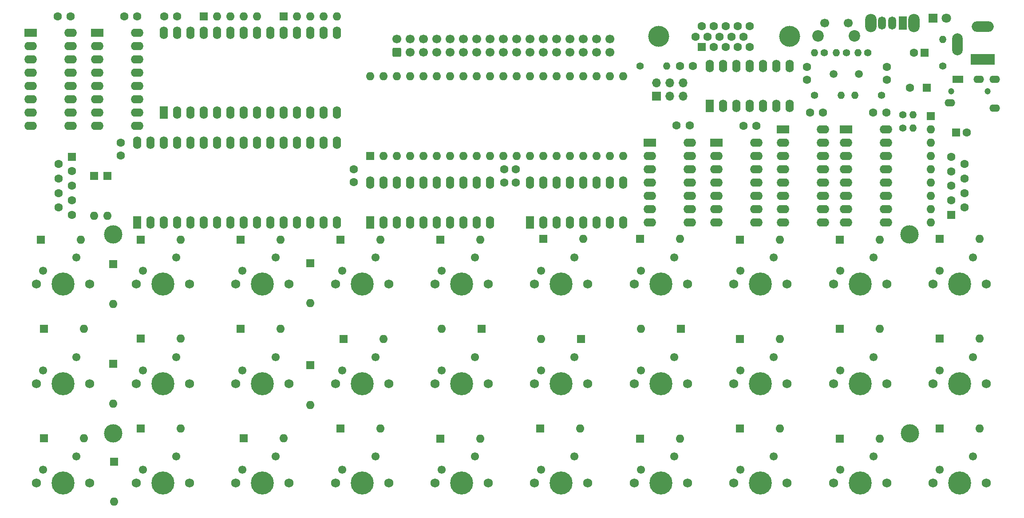
<source format=gbr>
%TF.GenerationSoftware,KiCad,Pcbnew,8.0.6*%
%TF.CreationDate,2024-12-27T12:36:34+00:00*%
%TF.ProjectId,a0,61302e6b-6963-4616-945f-706362585858,rev?*%
%TF.SameCoordinates,Original*%
%TF.FileFunction,Soldermask,Top*%
%TF.FilePolarity,Negative*%
%FSLAX46Y46*%
G04 Gerber Fmt 4.6, Leading zero omitted, Abs format (unit mm)*
G04 Created by KiCad (PCBNEW 8.0.6) date 2024-12-27 12:36:34*
%MOMM*%
%LPD*%
G01*
G04 APERTURE LIST*
G04 Aperture macros list*
%AMRoundRect*
0 Rectangle with rounded corners*
0 $1 Rounding radius*
0 $2 $3 $4 $5 $6 $7 $8 $9 X,Y pos of 4 corners*
0 Add a 4 corners polygon primitive as box body*
4,1,4,$2,$3,$4,$5,$6,$7,$8,$9,$2,$3,0*
0 Add four circle primitives for the rounded corners*
1,1,$1+$1,$2,$3*
1,1,$1+$1,$4,$5*
1,1,$1+$1,$6,$7*
1,1,$1+$1,$8,$9*
0 Add four rect primitives between the rounded corners*
20,1,$1+$1,$2,$3,$4,$5,0*
20,1,$1+$1,$4,$5,$6,$7,0*
20,1,$1+$1,$6,$7,$8,$9,0*
20,1,$1+$1,$8,$9,$2,$3,0*%
G04 Aperture macros list end*
%ADD10C,1.750000*%
%ADD11C,1.550000*%
%ADD12C,4.400000*%
%ADD13C,1.600000*%
%ADD14R,2.400000X1.600000*%
%ADD15O,2.400000X1.600000*%
%ADD16R,1.600000X1.600000*%
%ADD17O,1.600000X1.600000*%
%ADD18O,1.500000X2.500000*%
%ADD19R,1.500000X2.500000*%
%ADD20O,2.200000X3.500000*%
%ADD21R,1.700000X1.700000*%
%ADD22O,1.700000X1.700000*%
%ADD23R,1.600000X2.400000*%
%ADD24O,1.600000X2.400000*%
%ADD25C,1.400000*%
%ADD26O,1.400000X1.400000*%
%ADD27C,3.500000*%
%ADD28O,2.000000X4.200000*%
%ADD29O,4.200000X2.000000*%
%ADD30R,4.600000X2.000000*%
%ADD31R,2.000000X1.400000*%
%ADD32O,2.000000X1.400000*%
%ADD33C,1.200000*%
%ADD34C,1.700000*%
%ADD35C,2.200000*%
%ADD36C,4.000000*%
%ADD37C,1.500000*%
%ADD38R,1.800000X1.800000*%
%ADD39C,1.800000*%
%ADD40RoundRect,0.250000X0.600000X-0.600000X0.600000X0.600000X-0.600000X0.600000X-0.600000X-0.600000X0*%
G04 APERTURE END LIST*
D10*
%TO.C,SW24*%
X108920000Y-133000000D03*
D11*
X110190000Y-130460000D03*
D12*
X114000000Y-133000000D03*
D11*
X116540000Y-127920000D03*
D10*
X119080000Y-133000000D03*
%TD*%
%TO.C,SW12*%
X70920000Y-114000000D03*
D11*
X72190000Y-111460000D03*
D12*
X76000000Y-114000000D03*
D11*
X78540000Y-108920000D03*
D10*
X81080000Y-114000000D03*
%TD*%
%TO.C,SW10*%
X222920000Y-95000000D03*
D11*
X224190000Y-92460000D03*
D12*
X228000000Y-95000000D03*
D11*
X230540000Y-89920000D03*
D10*
X233080000Y-95000000D03*
%TD*%
%TO.C,SW8*%
X184920000Y-95000000D03*
D11*
X186190000Y-92460000D03*
D12*
X190000000Y-95000000D03*
D11*
X192540000Y-89920000D03*
D10*
X195080000Y-95000000D03*
%TD*%
%TO.C,SW11*%
X51920000Y-114000000D03*
D11*
X53190000Y-111460000D03*
D12*
X57000000Y-114000000D03*
D11*
X59540000Y-108920000D03*
D10*
X62080000Y-114000000D03*
%TD*%
%TO.C,SW14*%
X108920000Y-114000000D03*
D11*
X110190000Y-111460000D03*
D12*
X114000000Y-114000000D03*
D11*
X116540000Y-108920000D03*
D10*
X119080000Y-114000000D03*
%TD*%
%TO.C,SW17*%
X165920000Y-114000000D03*
D11*
X167190000Y-111460000D03*
D12*
X171000000Y-114000000D03*
D11*
X173540000Y-108920000D03*
D10*
X176080000Y-114000000D03*
%TD*%
%TO.C,SW7*%
X165920000Y-95000000D03*
D11*
X167190000Y-92460000D03*
D12*
X171000000Y-95000000D03*
D11*
X173540000Y-89920000D03*
D10*
X176080000Y-95000000D03*
%TD*%
%TO.C,SW3*%
X89920000Y-95000000D03*
D11*
X91190000Y-92460000D03*
D12*
X95000000Y-95000000D03*
D11*
X97540000Y-89920000D03*
D10*
X100080000Y-95000000D03*
%TD*%
%TO.C,SW4*%
X108920000Y-95000000D03*
D11*
X110190000Y-92460000D03*
D12*
X114000000Y-95000000D03*
D11*
X116540000Y-89920000D03*
D10*
X119080000Y-95000000D03*
%TD*%
%TO.C,SW28*%
X184920000Y-133000000D03*
D11*
X186190000Y-130460000D03*
D12*
X190000000Y-133000000D03*
D11*
X192540000Y-127920000D03*
D10*
X195080000Y-133000000D03*
%TD*%
%TO.C,SW13*%
X89920000Y-114000000D03*
D11*
X91190000Y-111460000D03*
D12*
X95000000Y-114000000D03*
D11*
X97540000Y-108920000D03*
D10*
X100080000Y-114000000D03*
%TD*%
%TO.C,SW2*%
X70920000Y-95000000D03*
D11*
X72190000Y-92460000D03*
D12*
X76000000Y-95000000D03*
D11*
X78540000Y-89920000D03*
D10*
X81080000Y-95000000D03*
%TD*%
%TO.C,SW23*%
X89920000Y-133000000D03*
D11*
X91190000Y-130460000D03*
D12*
X95000000Y-133000000D03*
D11*
X97540000Y-127920000D03*
D10*
X100080000Y-133000000D03*
%TD*%
%TO.C,SW9*%
X203920000Y-95000000D03*
D11*
X205190000Y-92460000D03*
D12*
X209000000Y-95000000D03*
D11*
X211540000Y-89920000D03*
D10*
X214080000Y-95000000D03*
%TD*%
%TO.C,SW19*%
X203920000Y-114000000D03*
D11*
X205190000Y-111460000D03*
D12*
X209000000Y-114000000D03*
D11*
X211540000Y-108920000D03*
D10*
X214080000Y-114000000D03*
%TD*%
%TO.C,SW18*%
X184920000Y-114000000D03*
D11*
X186190000Y-111460000D03*
D12*
X190000000Y-114000000D03*
D11*
X192540000Y-108920000D03*
D10*
X195080000Y-114000000D03*
%TD*%
%TO.C,SW22*%
X70920000Y-133000000D03*
D11*
X72190000Y-130460000D03*
D12*
X76000000Y-133000000D03*
D11*
X78540000Y-127920000D03*
D10*
X81080000Y-133000000D03*
%TD*%
%TO.C,SW21*%
X51920000Y-133000000D03*
D11*
X53190000Y-130460000D03*
D12*
X57000000Y-133000000D03*
D11*
X59540000Y-127920000D03*
D10*
X62080000Y-133000000D03*
%TD*%
%TO.C,SW16*%
X146920000Y-114000000D03*
D11*
X148190000Y-111460000D03*
D12*
X152000000Y-114000000D03*
D11*
X154540000Y-108920000D03*
D10*
X157080000Y-114000000D03*
%TD*%
%TO.C,SW30*%
X222920000Y-133000000D03*
D11*
X224190000Y-130460000D03*
D12*
X228000000Y-133000000D03*
D11*
X230540000Y-127920000D03*
D10*
X233080000Y-133000000D03*
%TD*%
%TO.C,SW6*%
X146920000Y-95000000D03*
D11*
X148190000Y-92460000D03*
D12*
X152000000Y-95000000D03*
D11*
X154540000Y-89920000D03*
D10*
X157080000Y-95000000D03*
%TD*%
%TO.C,SW26*%
X146920000Y-133000000D03*
D11*
X148190000Y-130460000D03*
D12*
X152000000Y-133000000D03*
D11*
X154540000Y-127920000D03*
D10*
X157080000Y-133000000D03*
%TD*%
%TO.C,SW25*%
X127920000Y-133000000D03*
D11*
X129190000Y-130460000D03*
D12*
X133000000Y-133000000D03*
D11*
X135540000Y-127920000D03*
D10*
X138080000Y-133000000D03*
%TD*%
%TO.C,SW15*%
X127920000Y-114000000D03*
D11*
X129190000Y-111460000D03*
D12*
X133000000Y-114000000D03*
D11*
X135540000Y-108920000D03*
D10*
X138080000Y-114000000D03*
%TD*%
%TO.C,SW27*%
X165920000Y-133000000D03*
D11*
X167190000Y-130460000D03*
D12*
X171000000Y-133000000D03*
D11*
X173540000Y-127920000D03*
D10*
X176080000Y-133000000D03*
%TD*%
%TO.C,SW29*%
X203920000Y-133000000D03*
D11*
X205190000Y-130460000D03*
D12*
X209000000Y-133000000D03*
D11*
X211540000Y-127920000D03*
D10*
X214080000Y-133000000D03*
%TD*%
%TO.C,SW5*%
X127920000Y-95000000D03*
D11*
X129190000Y-92460000D03*
D12*
X133000000Y-95000000D03*
D11*
X135540000Y-89920000D03*
D10*
X138080000Y-95000000D03*
%TD*%
%TO.C,SW20*%
X222920000Y-114000000D03*
D11*
X224190000Y-111460000D03*
D12*
X228000000Y-114000000D03*
D11*
X230540000Y-108920000D03*
D10*
X233080000Y-114000000D03*
%TD*%
%TO.C,SW1*%
X51920000Y-95000000D03*
D11*
X53190000Y-92460000D03*
D12*
X57000000Y-95000000D03*
D11*
X59540000Y-89920000D03*
D10*
X62080000Y-95000000D03*
%TD*%
D13*
%TO.C,C7*%
X67945000Y-70465000D03*
X67945000Y-67965000D03*
%TD*%
D14*
%TO.C,U10*%
X181610000Y-67945000D03*
D15*
X181610000Y-70485000D03*
X181610000Y-73025000D03*
X181610000Y-75565000D03*
X181610000Y-78105000D03*
X181610000Y-80645000D03*
X181610000Y-83185000D03*
X189230000Y-83185000D03*
X189230000Y-80645000D03*
X189230000Y-78105000D03*
X189230000Y-75565000D03*
X189230000Y-73025000D03*
X189230000Y-70485000D03*
X189230000Y-67945000D03*
%TD*%
D13*
%TO.C,C2*%
X214085000Y-53487000D03*
X214085000Y-55987000D03*
%TD*%
D16*
%TO.C,J8*%
X226357169Y-81750000D03*
D13*
X226357169Y-78980000D03*
X226357169Y-76210000D03*
X226357169Y-73440000D03*
X226357169Y-70670000D03*
X228897169Y-80365000D03*
X228897169Y-77595000D03*
X228897169Y-74825000D03*
X228897169Y-72055000D03*
%TD*%
D16*
%TO.C,D37*%
X65405000Y-74295000D03*
D17*
X65405000Y-81915000D03*
%TD*%
D18*
%TO.C,SW32*%
X213170000Y-45085000D03*
X215170000Y-45085000D03*
D19*
X217170000Y-45085000D03*
D20*
X211070000Y-45085000D03*
X219270000Y-45085000D03*
%TD*%
D14*
%TO.C,U12*%
X206360000Y-65420000D03*
D15*
X206360000Y-67960000D03*
X206360000Y-70500000D03*
X206360000Y-73040000D03*
X206360000Y-75580000D03*
X206360000Y-78120000D03*
X206360000Y-80660000D03*
X206360000Y-83200000D03*
X213980000Y-83200000D03*
X213980000Y-80660000D03*
X213980000Y-78120000D03*
X213980000Y-75580000D03*
X213980000Y-73040000D03*
X213980000Y-70500000D03*
X213980000Y-67960000D03*
X213980000Y-65420000D03*
%TD*%
D16*
%TO.C,D7*%
X52705000Y-86500000D03*
D17*
X60325000Y-86500000D03*
%TD*%
D16*
%TO.C,D12*%
X224155000Y-86360000D03*
D17*
X231775000Y-86360000D03*
%TD*%
D16*
%TO.C,J7*%
X58642831Y-70660000D03*
D13*
X58642831Y-73430000D03*
X58642831Y-76200000D03*
X58642831Y-78970000D03*
X58642831Y-81740000D03*
X56102831Y-72045000D03*
X56102831Y-74815000D03*
X56102831Y-77585000D03*
X56102831Y-80355000D03*
%TD*%
D21*
%TO.C,J1*%
X170195000Y-59060000D03*
D22*
X170195000Y-56520000D03*
X172735000Y-59060000D03*
X172735000Y-56520000D03*
X175275000Y-59060000D03*
X175275000Y-56520000D03*
%TD*%
D23*
%TO.C,U3*%
X76210000Y-62230000D03*
D24*
X78750000Y-62230000D03*
X81290000Y-62230000D03*
X83830000Y-62230000D03*
X86370000Y-62230000D03*
X88910000Y-62230000D03*
X91450000Y-62230000D03*
X93990000Y-62230000D03*
X96530000Y-62230000D03*
X99070000Y-62230000D03*
X101610000Y-62230000D03*
X104150000Y-62230000D03*
X106690000Y-62230000D03*
X109230000Y-62230000D03*
X109230000Y-46990000D03*
X106690000Y-46990000D03*
X104150000Y-46990000D03*
X101610000Y-46990000D03*
X99070000Y-46990000D03*
X96530000Y-46990000D03*
X93990000Y-46990000D03*
X91450000Y-46990000D03*
X88910000Y-46990000D03*
X86370000Y-46990000D03*
X83830000Y-46990000D03*
X81290000Y-46990000D03*
X78750000Y-46990000D03*
X76210000Y-46990000D03*
%TD*%
D23*
%TO.C,U8*%
X180340000Y-60975000D03*
D24*
X182880000Y-60975000D03*
X185420000Y-60975000D03*
X187960000Y-60975000D03*
X190500000Y-60975000D03*
X193040000Y-60975000D03*
X195580000Y-60975000D03*
X195580000Y-53355000D03*
X193040000Y-53355000D03*
X190500000Y-53355000D03*
X187960000Y-53355000D03*
X185420000Y-53355000D03*
X182880000Y-53355000D03*
X180340000Y-53355000D03*
%TD*%
D13*
%TO.C,C5*%
X68620000Y-43815000D03*
X71120000Y-43815000D03*
%TD*%
%TO.C,C11*%
X174645000Y-53340000D03*
X177145000Y-53340000D03*
%TD*%
D16*
%TO.C,D6*%
X66500000Y-91190000D03*
D17*
X66500000Y-98810000D03*
%TD*%
D25*
%TO.C,R13*%
X210500000Y-50800000D03*
D26*
X208600000Y-50800000D03*
%TD*%
D25*
%TO.C,R2*%
X213106000Y-58928000D03*
D26*
X208026000Y-58928000D03*
%TD*%
D27*
%TO.C,H4*%
X218500000Y-123500000D03*
%TD*%
D16*
%TO.C,RN1*%
X222504000Y-62865000D03*
D17*
X222504000Y-65405000D03*
X222504000Y-67945000D03*
X222504000Y-70485000D03*
X222504000Y-73025000D03*
X222504000Y-75565000D03*
X222504000Y-78105000D03*
X222504000Y-80645000D03*
X222504000Y-83185000D03*
%TD*%
D13*
%TO.C,C15*%
X211495000Y-62230000D03*
X213995000Y-62230000D03*
%TD*%
D16*
%TO.C,D28*%
X91440000Y-124460000D03*
D17*
X99060000Y-124460000D03*
%TD*%
D28*
%TO.C,J6*%
X227610000Y-49170000D03*
D29*
X232410000Y-45770000D03*
D30*
X232410000Y-52070000D03*
%TD*%
D16*
%TO.C,U5*%
X115570000Y-70485000D03*
D17*
X118110000Y-70485000D03*
X120650000Y-70485000D03*
X123190000Y-70485000D03*
X125730000Y-70485000D03*
X128270000Y-70485000D03*
X130810000Y-70485000D03*
X133350000Y-70485000D03*
X135890000Y-70485000D03*
X138430000Y-70485000D03*
X140970000Y-70485000D03*
X143510000Y-70485000D03*
X146050000Y-70485000D03*
X148590000Y-70485000D03*
X151130000Y-70485000D03*
X153670000Y-70485000D03*
X156210000Y-70485000D03*
X158750000Y-70485000D03*
X161290000Y-70485000D03*
X163830000Y-70485000D03*
X163830000Y-55245000D03*
X161290000Y-55245000D03*
X158750000Y-55245000D03*
X156210000Y-55245000D03*
X153670000Y-55245000D03*
X151130000Y-55245000D03*
X148590000Y-55245000D03*
X146050000Y-55245000D03*
X143510000Y-55245000D03*
X140970000Y-55245000D03*
X138430000Y-55245000D03*
X135890000Y-55245000D03*
X133350000Y-55245000D03*
X130810000Y-55245000D03*
X128270000Y-55245000D03*
X125730000Y-55245000D03*
X123190000Y-55245000D03*
X120650000Y-55245000D03*
X118110000Y-55245000D03*
X115570000Y-55245000D03*
%TD*%
D16*
%TO.C,D8*%
X90805000Y-86500000D03*
D17*
X98425000Y-86500000D03*
%TD*%
D31*
%TO.C,J3*%
X227660000Y-55887500D03*
D32*
X226160000Y-60387500D03*
X234660000Y-55887500D03*
X231660000Y-55887500D03*
X234660000Y-61387500D03*
D33*
X226360000Y-58187500D03*
X233360000Y-58187500D03*
%TD*%
D16*
%TO.C,D10*%
X167005000Y-86360000D03*
D17*
X174625000Y-86360000D03*
%TD*%
D25*
%TO.C,R5*%
X217175000Y-62655000D03*
D26*
X219075000Y-62655000D03*
%TD*%
D16*
%TO.C,D2*%
X104140000Y-110490000D03*
D17*
X104140000Y-118110000D03*
%TD*%
D13*
%TO.C,C6*%
X78740000Y-43815000D03*
X76240000Y-43815000D03*
%TD*%
D16*
%TO.C,RN3*%
X83820000Y-43815000D03*
D17*
X86360000Y-43815000D03*
X88900000Y-43815000D03*
X91440000Y-43815000D03*
X93980000Y-43815000D03*
%TD*%
D27*
%TO.C,H3*%
X66500000Y-123500000D03*
%TD*%
D23*
%TO.C,U6*%
X115570000Y-83185000D03*
D24*
X118110000Y-83185000D03*
X120650000Y-83185000D03*
X123190000Y-83185000D03*
X125730000Y-83185000D03*
X128270000Y-83185000D03*
X130810000Y-83185000D03*
X133350000Y-83185000D03*
X135890000Y-83185000D03*
X138430000Y-83185000D03*
X138430000Y-75565000D03*
X135890000Y-75565000D03*
X133350000Y-75565000D03*
X130810000Y-75565000D03*
X128270000Y-75565000D03*
X125730000Y-75565000D03*
X123190000Y-75565000D03*
X120650000Y-75565000D03*
X118110000Y-75565000D03*
X115570000Y-75565000D03*
%TD*%
D16*
%TO.C,D18*%
X90805000Y-103505000D03*
D17*
X98425000Y-103505000D03*
%TD*%
D34*
%TO.C,SW31*%
X206720000Y-45085000D03*
X202220000Y-45085000D03*
D35*
X207970000Y-47585000D03*
X200970000Y-47585000D03*
%TD*%
D16*
%TO.C,D4*%
X66675000Y-128905000D03*
D17*
X66675000Y-136525000D03*
%TD*%
D16*
%TO.C,D26*%
X224155000Y-105410000D03*
D17*
X231775000Y-105410000D03*
%TD*%
D36*
%TO.C,J2*%
X195580000Y-47625000D03*
X170580000Y-47625000D03*
D16*
X178765000Y-49675000D03*
D13*
X181055000Y-49675000D03*
X183345000Y-49675000D03*
X185635000Y-49675000D03*
X187925000Y-49675000D03*
X177620000Y-47695000D03*
X179910000Y-47695000D03*
X182200000Y-47695000D03*
X184490000Y-47695000D03*
X186780000Y-47695000D03*
X178765000Y-45715000D03*
X181055000Y-45715000D03*
X183345000Y-45715000D03*
X185635000Y-45715000D03*
X187925000Y-45715000D03*
%TD*%
D27*
%TO.C,H1*%
X218440000Y-85500000D03*
%TD*%
D25*
%TO.C,R3*%
X167005000Y-53340000D03*
D26*
X172085000Y-53340000D03*
%TD*%
D14*
%TO.C,U11*%
X194310000Y-65405000D03*
D15*
X194310000Y-67945000D03*
X194310000Y-70485000D03*
X194310000Y-73025000D03*
X194310000Y-75565000D03*
X194310000Y-78105000D03*
X194310000Y-80645000D03*
X194310000Y-83185000D03*
X201930000Y-83185000D03*
X201930000Y-80645000D03*
X201930000Y-78105000D03*
X201930000Y-75565000D03*
X201930000Y-73025000D03*
X201930000Y-70485000D03*
X201930000Y-67945000D03*
X201930000Y-65405000D03*
%TD*%
D16*
%TO.C,D34*%
X147955000Y-122555000D03*
D17*
X155575000Y-122555000D03*
%TD*%
D37*
%TO.C,Y1*%
X203925000Y-54864000D03*
X208805000Y-54864000D03*
%TD*%
D16*
%TO.C,D22*%
X71755000Y-105410000D03*
D17*
X79375000Y-105410000D03*
%TD*%
D23*
%TO.C,U4*%
X71120000Y-83185000D03*
D24*
X73660000Y-83185000D03*
X76200000Y-83185000D03*
X78740000Y-83185000D03*
X81280000Y-83185000D03*
X83820000Y-83185000D03*
X86360000Y-83185000D03*
X88900000Y-83185000D03*
X91440000Y-83185000D03*
X93980000Y-83185000D03*
X96520000Y-83185000D03*
X99060000Y-83185000D03*
X101600000Y-83185000D03*
X104140000Y-83185000D03*
X106680000Y-83185000D03*
X109220000Y-83185000D03*
X109220000Y-67945000D03*
X106680000Y-67945000D03*
X104140000Y-67945000D03*
X101600000Y-67945000D03*
X99060000Y-67945000D03*
X96520000Y-67945000D03*
X93980000Y-67945000D03*
X91440000Y-67945000D03*
X88900000Y-67945000D03*
X86360000Y-67945000D03*
X83820000Y-67945000D03*
X81280000Y-67945000D03*
X78740000Y-67945000D03*
X76200000Y-67945000D03*
X73660000Y-67945000D03*
X71120000Y-67945000D03*
%TD*%
D16*
%TO.C,D13*%
X186055000Y-86500000D03*
D17*
X193675000Y-86500000D03*
%TD*%
D16*
%TO.C,C3*%
X221300113Y-50800000D03*
D13*
X219300113Y-50800000D03*
%TD*%
D16*
%TO.C,D31*%
X205105000Y-124500000D03*
D17*
X212725000Y-124500000D03*
%TD*%
D13*
%TO.C,C8*%
X112395000Y-73025000D03*
X112395000Y-75525000D03*
%TD*%
%TO.C,C10*%
X141165000Y-73065000D03*
X141165000Y-75565000D03*
%TD*%
D16*
%TO.C,D11*%
X205105000Y-86500000D03*
D17*
X212725000Y-86500000D03*
%TD*%
D16*
%TO.C,D24*%
X155810000Y-105500000D03*
D17*
X148190000Y-105500000D03*
%TD*%
D16*
%TO.C,BZ1*%
X221750000Y-57500000D03*
D13*
X218550000Y-57500000D03*
%TD*%
D16*
%TO.C,RN2*%
X99060000Y-43815000D03*
D17*
X101600000Y-43815000D03*
X104140000Y-43815000D03*
X106680000Y-43815000D03*
X109220000Y-43815000D03*
%TD*%
D16*
%TO.C,D33*%
X109855000Y-122555000D03*
D17*
X117475000Y-122555000D03*
%TD*%
D16*
%TO.C,D36*%
X224155000Y-122555000D03*
D17*
X231775000Y-122555000D03*
%TD*%
D13*
%TO.C,C12*%
X173990000Y-64643000D03*
X176490000Y-64643000D03*
%TD*%
%TO.C,C14*%
X199430000Y-62230000D03*
X201930000Y-62230000D03*
%TD*%
D16*
%TO.C,D17*%
X53340000Y-103505000D03*
D17*
X60960000Y-103505000D03*
%TD*%
D16*
%TO.C,D32*%
X71755000Y-122555000D03*
D17*
X79375000Y-122555000D03*
%TD*%
D16*
%TO.C,D23*%
X110490000Y-105500000D03*
D17*
X118110000Y-105500000D03*
%TD*%
D27*
%TO.C,H2*%
X66500000Y-85500000D03*
%TD*%
D23*
%TO.C,U7*%
X146050000Y-83185000D03*
D24*
X148590000Y-83185000D03*
X151130000Y-83185000D03*
X153670000Y-83185000D03*
X156210000Y-83185000D03*
X158750000Y-83185000D03*
X161290000Y-83185000D03*
X163830000Y-83185000D03*
X163830000Y-75565000D03*
X161290000Y-75565000D03*
X158750000Y-75565000D03*
X156210000Y-75565000D03*
X153670000Y-75565000D03*
X151130000Y-75565000D03*
X148590000Y-75565000D03*
X146050000Y-75565000D03*
%TD*%
D13*
%TO.C,C1*%
X198845000Y-53487000D03*
X198845000Y-55987000D03*
%TD*%
D16*
%TO.C,D15*%
X109855000Y-86500000D03*
D17*
X117475000Y-86500000D03*
%TD*%
D16*
%TO.C,D29*%
X128905000Y-124500000D03*
D17*
X136525000Y-124500000D03*
%TD*%
D16*
%TO.C,D3*%
X104140000Y-91000000D03*
D17*
X104140000Y-98620000D03*
%TD*%
D16*
%TO.C,D38*%
X62865000Y-74295000D03*
D17*
X62865000Y-81915000D03*
%TD*%
D16*
%TO.C,D30*%
X167005000Y-124500000D03*
D17*
X174625000Y-124500000D03*
%TD*%
D16*
%TO.C,D20*%
X174810000Y-103505000D03*
D17*
X167190000Y-103505000D03*
%TD*%
D25*
%TO.C,R11*%
X202200000Y-50800000D03*
D26*
X200300000Y-50800000D03*
%TD*%
D16*
%TO.C,D27*%
X53340000Y-124460000D03*
D17*
X60960000Y-124460000D03*
%TD*%
D16*
%TO.C,D14*%
X148590000Y-86360000D03*
D17*
X156210000Y-86360000D03*
%TD*%
D16*
%TO.C,D5*%
X66500000Y-110190000D03*
D17*
X66500000Y-117810000D03*
%TD*%
D16*
%TO.C,D16*%
X71755000Y-86500000D03*
D17*
X79375000Y-86500000D03*
%TD*%
D16*
%TO.C,C16*%
X227330000Y-66040000D03*
D13*
X229330000Y-66040000D03*
%TD*%
D25*
%TO.C,R14*%
X217175000Y-65195000D03*
D26*
X219075000Y-65195000D03*
%TD*%
D25*
%TO.C,R1*%
X200316000Y-58928000D03*
D26*
X205396000Y-58928000D03*
%TD*%
D16*
%TO.C,D25*%
X186055000Y-105500000D03*
D17*
X193675000Y-105500000D03*
%TD*%
D14*
%TO.C,U2*%
X63500000Y-46990000D03*
D15*
X63500000Y-49530000D03*
X63500000Y-52070000D03*
X63500000Y-54610000D03*
X63500000Y-57150000D03*
X63500000Y-59690000D03*
X63500000Y-62230000D03*
X63500000Y-64770000D03*
X71120000Y-64770000D03*
X71120000Y-62230000D03*
X71120000Y-59690000D03*
X71120000Y-57150000D03*
X71120000Y-54610000D03*
X71120000Y-52070000D03*
X71120000Y-49530000D03*
X71120000Y-46990000D03*
%TD*%
D16*
%TO.C,D35*%
X186055000Y-122555000D03*
D17*
X193675000Y-122555000D03*
%TD*%
D16*
%TO.C,D19*%
X136810000Y-103505000D03*
D17*
X129190000Y-103505000D03*
%TD*%
D16*
%TO.C,D9*%
X128905000Y-86500000D03*
D17*
X136525000Y-86500000D03*
%TD*%
D16*
%TO.C,D21*%
X205105000Y-103505000D03*
D17*
X212725000Y-103505000D03*
%TD*%
D14*
%TO.C,U1*%
X50800000Y-46990000D03*
D15*
X50800000Y-49530000D03*
X50800000Y-52070000D03*
X50800000Y-54610000D03*
X50800000Y-57150000D03*
X50800000Y-59690000D03*
X50800000Y-62230000D03*
X50800000Y-64770000D03*
X58420000Y-64770000D03*
X58420000Y-62230000D03*
X58420000Y-59690000D03*
X58420000Y-57150000D03*
X58420000Y-54610000D03*
X58420000Y-52070000D03*
X58420000Y-49530000D03*
X58420000Y-46990000D03*
%TD*%
D13*
%TO.C,C9*%
X143324000Y-75565000D03*
X143324000Y-73065000D03*
%TD*%
D14*
%TO.C,U9*%
X168910000Y-67940000D03*
D15*
X168910000Y-70480000D03*
X168910000Y-73020000D03*
X168910000Y-75560000D03*
X168910000Y-78100000D03*
X168910000Y-80640000D03*
X168910000Y-83180000D03*
X176530000Y-83180000D03*
X176530000Y-80640000D03*
X176530000Y-78100000D03*
X176530000Y-75560000D03*
X176530000Y-73020000D03*
X176530000Y-70480000D03*
X176530000Y-67940000D03*
%TD*%
D13*
%TO.C,C13*%
X186730000Y-64770000D03*
X189230000Y-64770000D03*
%TD*%
D38*
%TO.C,D1*%
X222880000Y-44196000D03*
D39*
X225420000Y-44196000D03*
%TD*%
D25*
%TO.C,R12*%
X206375000Y-50800000D03*
D26*
X204475000Y-50800000D03*
%TD*%
D40*
%TO.C,J5*%
X120650000Y-50697500D03*
D34*
X120650000Y-48157500D03*
X123190000Y-50697500D03*
X123190000Y-48157500D03*
X125730000Y-50697500D03*
X125730000Y-48157500D03*
X128270000Y-50697500D03*
X128270000Y-48157500D03*
X130810000Y-50697500D03*
X130810000Y-48157500D03*
X133350000Y-50697500D03*
X133350000Y-48157500D03*
X135890000Y-50697500D03*
X135890000Y-48157500D03*
X138430000Y-50697500D03*
X138430000Y-48157500D03*
X140970000Y-50697500D03*
X140970000Y-48157500D03*
X143510000Y-50697500D03*
X143510000Y-48157500D03*
X146050000Y-50697500D03*
X146050000Y-48157500D03*
X148590000Y-50697500D03*
X148590000Y-48157500D03*
X151130000Y-50697500D03*
X151130000Y-48157500D03*
X153670000Y-50697500D03*
X153670000Y-48157500D03*
X156210000Y-50697500D03*
X156210000Y-48157500D03*
X158750000Y-50697500D03*
X158750000Y-48157500D03*
X161290000Y-50697500D03*
X161290000Y-48157500D03*
%TD*%
D13*
%TO.C,C4*%
X55920000Y-43815000D03*
X58420000Y-43815000D03*
%TD*%
D25*
%TO.C,R4*%
X224790000Y-53340000D03*
D26*
X224790000Y-48260000D03*
%TD*%
M02*

</source>
